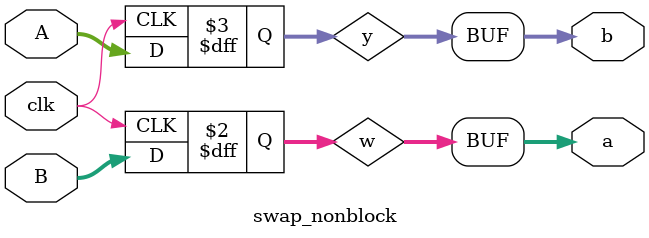
<source format=v>
`timescale 1ns / 1ps
 
 
module swap_nonblock(A,B,
 
  a,b,clk );
  input [7:0]A;
  input [7:0]B;
  output  [7:0]a;
  output [7:0]b;
  input clk;
  reg [7:0] w,y;
 
 
 
  always @ (posedge clk)
     begin
     
      w<=B;
      y<=A;
       end
       assign a=w;
       assign b=y;
endmodule
</source>
